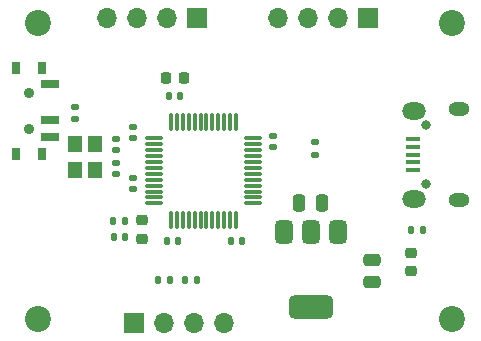
<source format=gbr>
%TF.GenerationSoftware,KiCad,Pcbnew,8.0.4*%
%TF.CreationDate,2024-08-10T16:36:54+03:00*%
%TF.ProjectId,KiCad_Course,4b694361-645f-4436-9f75-7273652e6b69,rev?*%
%TF.SameCoordinates,Original*%
%TF.FileFunction,Soldermask,Top*%
%TF.FilePolarity,Negative*%
%FSLAX46Y46*%
G04 Gerber Fmt 4.6, Leading zero omitted, Abs format (unit mm)*
G04 Created by KiCad (PCBNEW 8.0.4) date 2024-08-10 16:36:54*
%MOMM*%
%LPD*%
G01*
G04 APERTURE LIST*
G04 Aperture macros list*
%AMRoundRect*
0 Rectangle with rounded corners*
0 $1 Rounding radius*
0 $2 $3 $4 $5 $6 $7 $8 $9 X,Y pos of 4 corners*
0 Add a 4 corners polygon primitive as box body*
4,1,4,$2,$3,$4,$5,$6,$7,$8,$9,$2,$3,0*
0 Add four circle primitives for the rounded corners*
1,1,$1+$1,$2,$3*
1,1,$1+$1,$4,$5*
1,1,$1+$1,$6,$7*
1,1,$1+$1,$8,$9*
0 Add four rect primitives between the rounded corners*
20,1,$1+$1,$2,$3,$4,$5,0*
20,1,$1+$1,$4,$5,$6,$7,0*
20,1,$1+$1,$6,$7,$8,$9,0*
20,1,$1+$1,$8,$9,$2,$3,0*%
G04 Aperture macros list end*
%ADD10R,1.200000X1.400000*%
%ADD11RoundRect,0.140000X0.140000X0.170000X-0.140000X0.170000X-0.140000X-0.170000X0.140000X-0.170000X0*%
%ADD12RoundRect,0.075000X-0.662500X-0.075000X0.662500X-0.075000X0.662500X0.075000X-0.662500X0.075000X0*%
%ADD13RoundRect,0.075000X-0.075000X-0.662500X0.075000X-0.662500X0.075000X0.662500X-0.075000X0.662500X0*%
%ADD14RoundRect,0.225000X-0.225000X-0.250000X0.225000X-0.250000X0.225000X0.250000X-0.225000X0.250000X0*%
%ADD15RoundRect,0.135000X0.135000X0.185000X-0.135000X0.185000X-0.135000X-0.185000X0.135000X-0.185000X0*%
%ADD16RoundRect,0.140000X-0.140000X-0.170000X0.140000X-0.170000X0.140000X0.170000X-0.140000X0.170000X0*%
%ADD17RoundRect,0.140000X0.170000X-0.140000X0.170000X0.140000X-0.170000X0.140000X-0.170000X-0.140000X0*%
%ADD18RoundRect,0.250000X-0.250000X-0.475000X0.250000X-0.475000X0.250000X0.475000X-0.250000X0.475000X0*%
%ADD19R,0.800000X1.000000*%
%ADD20C,0.900000*%
%ADD21R,1.500000X0.700000*%
%ADD22R,1.700000X1.700000*%
%ADD23O,1.700000X1.700000*%
%ADD24RoundRect,0.135000X-0.135000X-0.185000X0.135000X-0.185000X0.135000X0.185000X-0.135000X0.185000X0*%
%ADD25C,2.200000*%
%ADD26RoundRect,0.135000X0.185000X-0.135000X0.185000X0.135000X-0.185000X0.135000X-0.185000X-0.135000X0*%
%ADD27RoundRect,0.218750X-0.256250X0.218750X-0.256250X-0.218750X0.256250X-0.218750X0.256250X0.218750X0*%
%ADD28RoundRect,0.140000X-0.170000X0.140000X-0.170000X-0.140000X0.170000X-0.140000X0.170000X0.140000X0*%
%ADD29RoundRect,0.135000X-0.185000X0.135000X-0.185000X-0.135000X0.185000X-0.135000X0.185000X0.135000X0*%
%ADD30RoundRect,0.250000X0.475000X-0.250000X0.475000X0.250000X-0.475000X0.250000X-0.475000X-0.250000X0*%
%ADD31O,0.800000X0.800000*%
%ADD32R,1.300000X0.450000*%
%ADD33O,1.800000X1.150000*%
%ADD34O,2.000000X1.450000*%
%ADD35RoundRect,0.375000X-0.375000X0.625000X-0.375000X-0.625000X0.375000X-0.625000X0.375000X0.625000X0*%
%ADD36RoundRect,0.500000X-1.400000X0.500000X-1.400000X-0.500000X1.400000X-0.500000X1.400000X0.500000X0*%
G04 APERTURE END LIST*
D10*
%TO.C,Y1*%
X119000000Y-102430000D03*
X119000000Y-104630000D03*
X120700000Y-104630000D03*
X120700000Y-102430000D03*
%TD*%
D11*
%TO.C,C7*%
X123180000Y-108940000D03*
X122220000Y-108940000D03*
%TD*%
D12*
%TO.C,U2*%
X125687500Y-101987500D03*
X125687500Y-102487500D03*
X125687500Y-102987500D03*
X125687500Y-103487500D03*
X125687500Y-103987500D03*
X125687500Y-104487500D03*
X125687500Y-104987500D03*
X125687500Y-105487500D03*
X125687500Y-105987500D03*
X125687500Y-106487500D03*
X125687500Y-106987500D03*
X125687500Y-107487500D03*
D13*
X127100000Y-108900000D03*
X127600000Y-108900000D03*
X128100000Y-108900000D03*
X128600000Y-108900000D03*
X129100000Y-108900000D03*
X129600000Y-108900000D03*
X130100000Y-108900000D03*
X130600000Y-108900000D03*
X131100000Y-108900000D03*
X131600000Y-108900000D03*
X132100000Y-108900000D03*
X132600000Y-108900000D03*
D12*
X134012500Y-107487500D03*
X134012500Y-106987500D03*
X134012500Y-106487500D03*
X134012500Y-105987500D03*
X134012500Y-105487500D03*
X134012500Y-104987500D03*
X134012500Y-104487500D03*
X134012500Y-103987500D03*
X134012500Y-103487500D03*
X134012500Y-102987500D03*
X134012500Y-102487500D03*
X134012500Y-101987500D03*
D13*
X132600000Y-100575000D03*
X132100000Y-100575000D03*
X131600000Y-100575000D03*
X131100000Y-100575000D03*
X130600000Y-100575000D03*
X130100000Y-100575000D03*
X129600000Y-100575000D03*
X129100000Y-100575000D03*
X128600000Y-100575000D03*
X128100000Y-100575000D03*
X127600000Y-100575000D03*
X127100000Y-100575000D03*
%TD*%
D14*
%TO.C,C1*%
X126650000Y-96900000D03*
X128200000Y-96900000D03*
%TD*%
D11*
%TO.C,C8*%
X123200000Y-110350000D03*
X122240000Y-110350000D03*
%TD*%
D15*
%TO.C,R1*%
X148400000Y-109700000D03*
X147380000Y-109700000D03*
%TD*%
D16*
%TO.C,C5*%
X126900000Y-98400000D03*
X127860000Y-98400000D03*
%TD*%
D17*
%TO.C,C2*%
X123900000Y-101980000D03*
X123900000Y-101020000D03*
%TD*%
D18*
%TO.C,C9*%
X137950000Y-107450000D03*
X139850000Y-107450000D03*
%TD*%
D19*
%TO.C,SW1*%
X116200000Y-96000000D03*
X113990000Y-96000000D03*
D20*
X115090000Y-98150000D03*
X115090000Y-101150000D03*
D19*
X116200000Y-103300000D03*
X113990000Y-103300000D03*
D21*
X116850000Y-97400000D03*
X116850000Y-100400000D03*
X116850000Y-101900000D03*
%TD*%
D22*
%TO.C,J2*%
X143800000Y-91750000D03*
D23*
X141260000Y-91750000D03*
X138720000Y-91750000D03*
X136180000Y-91750000D03*
%TD*%
D15*
%TO.C,R5*%
X129320000Y-114000000D03*
X128300000Y-114000000D03*
%TD*%
D24*
%TO.C,R4*%
X126000000Y-114000000D03*
X127020000Y-114000000D03*
%TD*%
D25*
%TO.C,H1*%
X115850000Y-117250000D03*
%TD*%
%TO.C,H3*%
X150850000Y-92250000D03*
%TD*%
D26*
%TO.C,R2*%
X119000000Y-100370000D03*
X119000000Y-99350000D03*
%TD*%
D27*
%TO.C,D1*%
X147400000Y-111650000D03*
X147400000Y-113225000D03*
%TD*%
D25*
%TO.C,H4*%
X115850000Y-92250000D03*
%TD*%
D27*
%TO.C,FB1*%
X124650000Y-108912500D03*
X124650000Y-110487500D03*
%TD*%
D28*
%TO.C,C4*%
X135750000Y-101750000D03*
X135750000Y-102710000D03*
%TD*%
D29*
%TO.C,R3*%
X139250000Y-102330000D03*
X139250000Y-103350000D03*
%TD*%
D17*
%TO.C,C6*%
X123850000Y-106260000D03*
X123850000Y-105300000D03*
%TD*%
D25*
%TO.C,H2*%
X150850000Y-117250000D03*
%TD*%
D17*
%TO.C,C12*%
X122400000Y-103010000D03*
X122400000Y-102050000D03*
%TD*%
D16*
%TO.C,C11*%
X126770000Y-110650000D03*
X127730000Y-110650000D03*
%TD*%
D22*
%TO.C,J4*%
X123970000Y-117600000D03*
D23*
X126510000Y-117600000D03*
X129050000Y-117600000D03*
X131590000Y-117600000D03*
%TD*%
D30*
%TO.C,C10*%
X144100000Y-114150000D03*
X144100000Y-112250000D03*
%TD*%
D31*
%TO.C,J1*%
X148700000Y-105850000D03*
X148700000Y-100850000D03*
D32*
X147600000Y-104650000D03*
X147600000Y-104000000D03*
X147600000Y-103350000D03*
X147600000Y-102700000D03*
X147600000Y-102050000D03*
D33*
X151450000Y-107225000D03*
D34*
X147650000Y-107075000D03*
X147650000Y-99625000D03*
D33*
X151450000Y-99475000D03*
%TD*%
D11*
%TO.C,C3*%
X133110000Y-110650000D03*
X132150000Y-110650000D03*
%TD*%
D17*
%TO.C,C13*%
X122400000Y-105040000D03*
X122400000Y-104080000D03*
%TD*%
D35*
%TO.C,U1*%
X141250000Y-109950000D03*
X138950000Y-109950000D03*
D36*
X138950000Y-116250000D03*
D35*
X136650000Y-109950000D03*
%TD*%
D22*
%TO.C,J3*%
X129330000Y-91750000D03*
D23*
X126790000Y-91750000D03*
X124250000Y-91750000D03*
X121710000Y-91750000D03*
%TD*%
M02*

</source>
